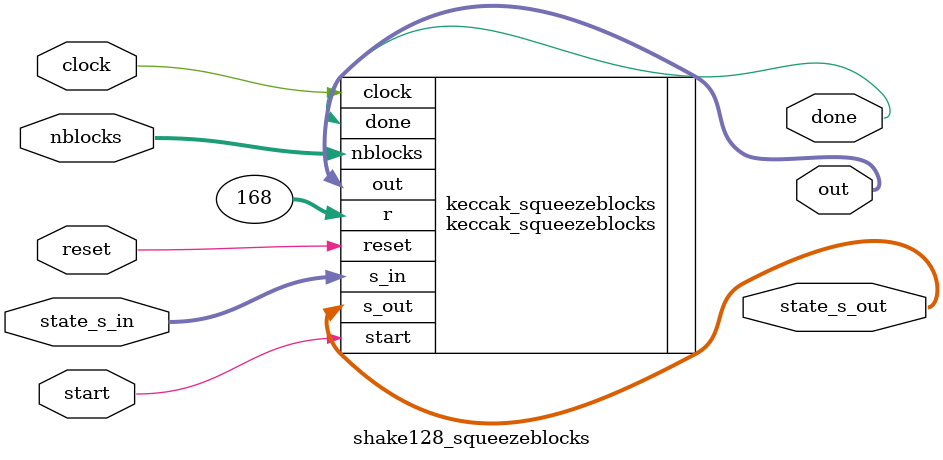
<source format=v>

module shake128_squeezeblocks(
    input clock,
    input reset,
    input start,
    input [1599:0] state_s_in,
    input [63:0] nblocks,
    output [6735:0] out,
    output [1599:0] state_s_out,
    output done
    );
    
    localparam SHAKE128_RATE = 168;
    
    keccak_squeezeblocks#(.outlen(6736)) keccak_squeezeblocks(
	   	.clock(clock),
	   	.reset(reset),
        	.start(start),
	   	.nblocks(nblocks),
	   	.s_in(state_s_in),
	   	.r(SHAKE128_RATE),
	   	.out(out),
	   	.s_out(state_s_out),
	   	.done(done)
	   	);
	   	 	
endmodule
</source>
